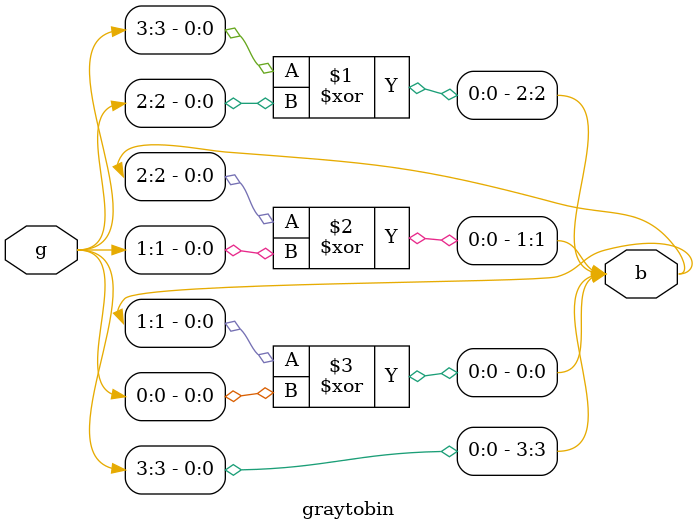
<source format=v>
module  graytobin (
input [3:0]g,
output [3:0]b);

assign b[3] = g[3];
xor(b[2],b[3],g[2]);
xor(b[1],b[2],g[1]);
xor(b[0],b[1],g[0]);

endmodule


</source>
